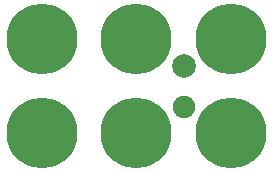
<source format=gtl>
%TF.GenerationSoftware,KiCad,Pcbnew,4.0.5-e0-6337~49~ubuntu16.04.1*%
%TF.CreationDate,2017-05-27T17:20:05-07:00*%
%TF.ProjectId,2x3-Screw-Terminal-3.5mm-Pitch,3278332D53637265772D5465726D696E,v1.1*%
%TF.FileFunction,Copper,L1,Top,Signal*%
%FSLAX46Y46*%
G04 Gerber Fmt 4.6, Leading zero omitted, Abs format (unit mm)*
G04 Created by KiCad (PCBNEW 4.0.5-e0-6337~49~ubuntu16.04.1) date Sat May 27 17:20:05 2017*
%MOMM*%
%LPD*%
G01*
G04 APERTURE LIST*
%ADD10C,0.350000*%
%ADD11C,2.000000*%
%ADD12C,1.900000*%
%ADD13C,6.000000*%
%ADD14C,0.350000*%
G04 APERTURE END LIST*
D10*
D11*
X33973000Y-26065600D03*
D12*
X33973000Y-29565600D03*
D13*
X21973000Y-31800800D03*
X21973000Y-23800800D03*
X37973000Y-23800800D03*
X37973000Y-31800800D03*
X29973000Y-23800800D03*
X29973000Y-31800800D03*
D14*
X33973000Y-26065600D03*
X33973000Y-29565600D03*
X21973000Y-31800800D03*
X21973000Y-23800800D03*
X37973000Y-23800800D03*
X37973000Y-31800800D03*
X29973000Y-23800800D03*
X29973000Y-31800800D03*
M02*

</source>
